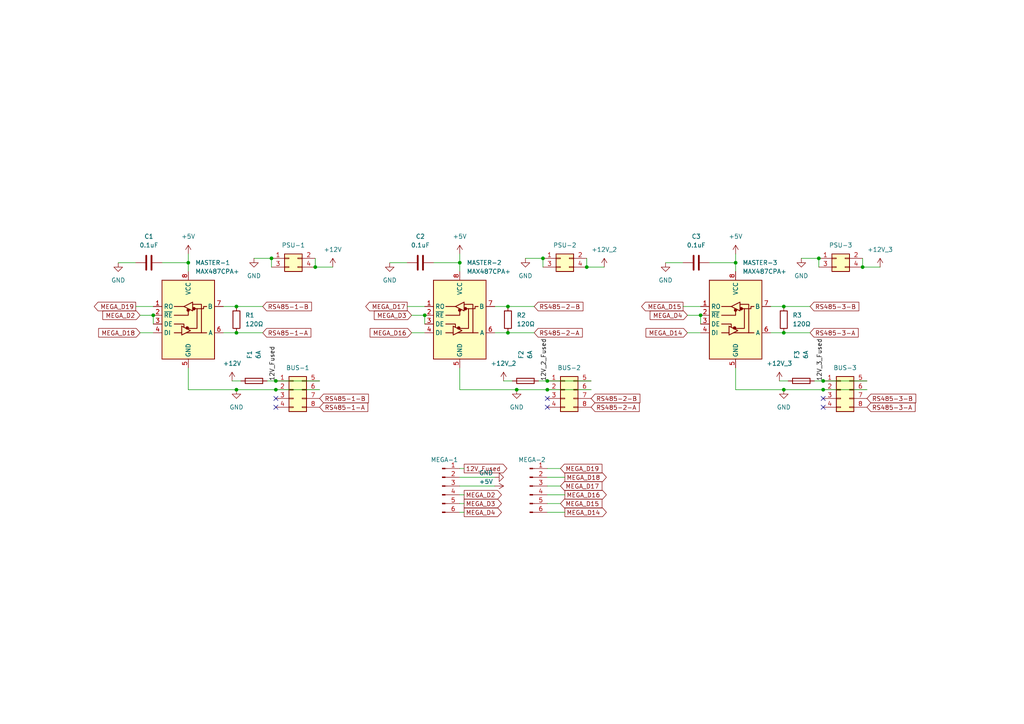
<source format=kicad_sch>
(kicad_sch (version 20211123) (generator eeschema)
  (paper "A4")
  (lib_symbols
    (symbol "+12V_1" (power) (pin_names (offset 0))
      (property "Value" "+12V" (at 0 5.08 0))
      (symbol "+12V_1_0_1"
        (polyline (pts (xy -0.762 1.27) (xy 0 2.54)))
        (polyline (pts (xy 0 0) (xy 0 2.54)))
        (polyline (pts (xy 0 2.54) (xy 0.762 1.27)))
      )
      (symbol "+12V_1_1_1"
        (pin power_in line (at 0 0 90) (length 0) hide (name "+12V_2") (number "1"))
      )
    )
    (symbol "+12V_2" (power) (pin_names (offset 0))
      (property "Value" "+12V_2" (at 0 5.08 0))
      (symbol "+12V_2_0_1"
        (polyline (pts (xy -0.762 1.27) (xy 0 2.54)))
        (polyline (pts (xy 0 0) (xy 0 2.54)))
        (polyline (pts (xy 0 2.54) (xy 0.762 1.27)))
      )
      (symbol "+12V_2_1_1"
        (pin power_in line (at 0 0 90) (length 0) hide (name "+12V_2") (number "1"))
      )
    )
    (symbol "+12V_3" (power) (pin_names (offset 0))
      (property "Value" "+12V_3" (at 0 5.08 0))
      (symbol "+12V_3_0_1"
        (polyline (pts (xy -0.762 1.27) (xy 0 2.54)))
        (polyline (pts (xy 0 0) (xy 0 2.54)))
        (polyline (pts (xy 0 2.54) (xy 0.762 1.27)))
      )
      (symbol "+12V_3_1_1"
        (pin power_in line (at 0 0 90) (length 0) hide (name "+12V_3") (number "1"))
      )
    )
    (symbol "+12V_4" (power) (pin_names (offset 0))
      (property "Value" "+12V_4" (at 0 5.08 0))
      (symbol "+12V_4_0_1"
        (polyline (pts (xy -0.762 1.27) (xy 0 2.54)))
        (polyline (pts (xy 0 0) (xy 0 2.54)))
        (polyline (pts (xy 0 2.54) (xy 0.762 1.27)))
      )
      (symbol "+12V_4_1_1"
        (pin power_in line (at 0 0 90) (length 0) hide (name "+12V_3") (number "1"))
      )
    )
    (symbol "A10:MAX487CPA+"
      (property "Reference" "U" (at -6.096 11.43 0))
      (property "Value" "MAX487CPA+" (at 0.762 11.43 0))
      (symbol "MAX487CPA+_0_1"
        (rectangle (start -7.62 10.16) (end 7.62 -12.7) (stroke (width 0.254)) (fill (type background)))
        (circle (center -0.3048 -3.683) (radius 0.3556) (stroke (width 0.254)) (fill (type outline)))
        (circle (center -0.0254 1.4986) (radius 0.3556) (stroke (width 0.254)) (fill (type outline)))
        (polyline (pts (xy -4.064 -5.08) (xy -1.905 -5.08)) (stroke (width 0.254)))
        (polyline (pts (xy -4.064 2.54) (xy -1.27 2.54)) (stroke (width 0.254)))
        (polyline (pts (xy -1.27 -3.2004) (xy -1.27 -3.4544)) (stroke (width 0.254)))
        (polyline (pts (xy -0.635 -5.08) (xy 5.334 -5.08)) (stroke (width 0.254)))
        (polyline (pts (xy -4.064 -2.54) (xy -1.27 -2.54) (xy -1.27 -3.175)) (stroke (width 0.254)))
        (polyline (pts (xy 0 1.27) (xy 0 0) (xy -4.064 0)) (stroke (width 0.254)))
        (polyline (pts (xy 1.27 3.175) (xy 3.81 3.175) (xy 3.81 -5.08)) (stroke (width 0.254)))
        (polyline (pts (xy 2.54 1.905) (xy 2.54 -3.81) (xy 0 -3.81)) (stroke (width 0.254)))
        (polyline (pts (xy -1.905 -3.175) (xy -1.905 -5.715) (xy 0.635 -4.445) (xy -1.905 -3.175)) (stroke (width 0.254)))
        (polyline (pts (xy -1.27 2.54) (xy 1.27 3.81) (xy 1.27 1.27) (xy -1.27 2.54)) (stroke (width 0.254)))
        (polyline (pts (xy 1.905 1.905) (xy 4.445 1.905) (xy 4.445 2.54) (xy 5.334 2.54)) (stroke (width 0.254)))
        (rectangle (start 1.27 3.175) (end 1.27 3.175))
        (circle (center 1.651 1.905) (radius 0.3556) (stroke (width 0.254)) (fill (type outline)))
      )
      (symbol "MAX487CPA+_1_1"
        (pin output line (at -10.16 2.54 0) (length 2.54) (name "RO") (number "1"))
        (pin input line (at -10.16 0 0) (length 2.54) (name "~{RE}") (number "2"))
        (pin input line (at -10.16 -2.54 0) (length 2.54) (name "DE") (number "3"))
        (pin input line (at -10.16 -5.08 0) (length 2.54) (name "DI") (number "4"))
        (pin power_in line (at 0 -15.24 90) (length 2.54) (name "GND") (number "5"))
        (pin bidirectional line (at 10.16 -5.08 180) (length 2.54) (name "A") (number "6"))
        (pin bidirectional line (at 10.16 2.54 180) (length 2.54) (name "B") (number "7"))
        (pin power_in line (at 0 12.7 270) (length 2.54) (name "VCC") (number "8"))
      )
    )
    (symbol "Conn_01x06_Male_1" (pin_names (offset 1.016) hide)
      (property "Reference" "MEGA-1" (at 0.635 10.16 0))
      (symbol "Conn_01x06_Male_1_1_1"
        (polyline (pts (xy 1.27 -7.62) (xy 0.8636 -7.62)) (stroke (width 0.1524)))
        (polyline (pts (xy 1.27 -5.08) (xy 0.8636 -5.08)) (stroke (width 0.1524)))
        (polyline (pts (xy 1.27 -2.54) (xy 0.8636 -2.54)) (stroke (width 0.1524)))
        (polyline (pts (xy 1.27 0) (xy 0.8636 0)) (stroke (width 0.1524)))
        (polyline (pts (xy 1.27 2.54) (xy 0.8636 2.54)) (stroke (width 0.1524)))
        (polyline (pts (xy 1.27 5.08) (xy 0.8636 5.08)) (stroke (width 0.1524)))
        (rectangle (start 0.8636 -7.493) (end 0 -7.747) (stroke (width 0.1524)) (fill (type outline)))
        (rectangle (start 0.8636 -4.953) (end 0 -5.207) (stroke (width 0.1524)) (fill (type outline)))
        (rectangle (start 0.8636 -2.413) (end 0 -2.667) (stroke (width 0.1524)) (fill (type outline)))
        (rectangle (start 0.8636 0.127) (end 0 -0.127) (stroke (width 0.1524)) (fill (type outline)))
        (rectangle (start 0.8636 2.667) (end 0 2.413) (stroke (width 0.1524)) (fill (type outline)))
        (rectangle (start 0.8636 5.207) (end 0 4.953) (stroke (width 0.1524)) (fill (type outline)))
        (pin power_in line (at 5.08 5.08 180) (length 3.81) (name "Pin_1") (number "1"))
        (pin power_in line (at 5.08 2.54 180) (length 3.81) (name "Pin_2") (number "2"))
        (pin power_out line (at 5.08 0 180) (length 3.81) (name "Pin_3") (number "3"))
        (pin output line (at 5.08 -2.54 180) (length 3.81) (name "Pin_4") (number "4"))
        (pin output line (at 5.08 -5.08 180) (length 3.81) (name "Pin_5") (number "5"))
        (pin output line (at 5.08 -7.62 180) (length 3.81) (name "Pin_6") (number "6"))
      )
    )
    (symbol "Connector:Conn_01x06_Male" (pin_names (offset 1.016) hide)
      (property "Reference" "MEGA-2" (at 0.635 10.16 0))
      (symbol "Conn_01x06_Male_1_1"
        (polyline (pts (xy 1.27 -7.62) (xy 0.8636 -7.62)) (stroke (width 0.1524)))
        (polyline (pts (xy 1.27 -5.08) (xy 0.8636 -5.08)) (stroke (width 0.1524)))
        (polyline (pts (xy 1.27 -2.54) (xy 0.8636 -2.54)) (stroke (width 0.1524)))
        (polyline (pts (xy 1.27 0) (xy 0.8636 0)) (stroke (width 0.1524)))
        (polyline (pts (xy 1.27 2.54) (xy 0.8636 2.54)) (stroke (width 0.1524)))
        (polyline (pts (xy 1.27 5.08) (xy 0.8636 5.08)) (stroke (width 0.1524)))
        (rectangle (start 0.8636 -7.493) (end 0 -7.747) (stroke (width 0.1524)) (fill (type outline)))
        (rectangle (start 0.8636 -4.953) (end 0 -5.207) (stroke (width 0.1524)) (fill (type outline)))
        (rectangle (start 0.8636 -2.413) (end 0 -2.667) (stroke (width 0.1524)) (fill (type outline)))
        (rectangle (start 0.8636 0.127) (end 0 -0.127) (stroke (width 0.1524)) (fill (type outline)))
        (rectangle (start 0.8636 2.667) (end 0 2.413) (stroke (width 0.1524)) (fill (type outline)))
        (rectangle (start 0.8636 5.207) (end 0 4.953) (stroke (width 0.1524)) (fill (type outline)))
        (pin input line (at 5.08 5.08 180) (length 3.81) (name "Pin_1") (number "1"))
        (pin output line (at 5.08 2.54 180) (length 3.81) (name "Pin_2") (number "2"))
        (pin input line (at 5.08 0 180) (length 3.81) (name "Pin_3") (number "3"))
        (pin output line (at 5.08 -2.54 180) (length 3.81) (name "Pin_4") (number "4"))
        (pin input line (at 5.08 -5.08 180) (length 3.81) (name "Pin_5") (number "5"))
        (pin output line (at 5.08 -7.62 180) (length 3.81) (name "Pin_6") (number "6"))
      )
    )
    (symbol "Connector_Generic:Conn_02x02_Odd_Even" (pin_names (offset 1.016) hide)
      (property "Reference" "J" (at 1.27 2.54 0))
      (property "Value" "Conn_02x02_Odd_Even" (at 1.27 -5.08 0))
      (symbol "Conn_02x02_Odd_Even_1_1"
        (rectangle (start -1.27 -2.413) (end 0 -2.667) (stroke (width 0.1524)))
        (rectangle (start -1.27 0.127) (end 0 -0.127) (stroke (width 0.1524)))
        (rectangle (start -1.27 1.27) (end 3.81 -3.81) (stroke (width 0.254)) (fill (type background)))
        (rectangle (start 3.81 -2.413) (end 2.54 -2.667) (stroke (width 0.1524)))
        (rectangle (start 3.81 0.127) (end 2.54 -0.127) (stroke (width 0.1524)))
        (pin passive line (at -5.08 0 0) (length 3.81) (name "Pin_1") (number "1"))
        (pin passive line (at 7.62 0 180) (length 3.81) (name "Pin_2") (number "2"))
        (pin passive line (at -5.08 -2.54 0) (length 3.81) (name "Pin_3") (number "3"))
        (pin passive line (at 7.62 -2.54 180) (length 3.81) (name "Pin_4") (number "4"))
      )
    )
    (symbol "Connector_Generic:Conn_02x04_Top_Bottom" (pin_names (offset 1.016) hide)
      (property "Reference" "J" (at 1.27 5.08 0))
      (property "Value" "Conn_02x04_Top_Bottom" (at 1.27 -7.62 0))
      (symbol "Conn_02x04_Top_Bottom_1_1"
        (rectangle (start -1.27 -4.953) (end 0 -5.207) (stroke (width 0.1524)))
        (rectangle (start -1.27 -2.413) (end 0 -2.667) (stroke (width 0.1524)))
        (rectangle (start -1.27 0.127) (end 0 -0.127) (stroke (width 0.1524)))
        (rectangle (start -1.27 2.667) (end 0 2.413) (stroke (width 0.1524)))
        (rectangle (start -1.27 3.81) (end 3.81 -6.35) (stroke (width 0.254)) (fill (type background)))
        (rectangle (start 3.81 -4.953) (end 2.54 -5.207) (stroke (width 0.1524)))
        (rectangle (start 3.81 -2.413) (end 2.54 -2.667) (stroke (width 0.1524)))
        (rectangle (start 3.81 0.127) (end 2.54 -0.127) (stroke (width 0.1524)))
        (rectangle (start 3.81 2.667) (end 2.54 2.413) (stroke (width 0.1524)))
        (pin passive line (at -5.08 2.54 0) (length 3.81) (name "Pin_1") (number "1"))
        (pin passive line (at -5.08 0 0) (length 3.81) (name "Pin_2") (number "2"))
        (pin passive line (at -5.08 -2.54 0) (length 3.81) (name "Pin_3") (number "3"))
        (pin passive line (at -5.08 -5.08 0) (length 3.81) (name "Pin_4") (number "4"))
        (pin passive line (at 7.62 2.54 180) (length 3.81) (name "Pin_5") (number "5"))
        (pin passive line (at 7.62 0 180) (length 3.81) (name "Pin_6") (number "6"))
        (pin passive line (at 7.62 -2.54 180) (length 3.81) (name "Pin_7") (number "7"))
        (pin passive line (at 7.62 -5.08 180) (length 3.81) (name "Pin_8") (number "8"))
      )
    )
    (symbol "Device:C" (pin_numbers hide) (pin_names (offset 0.254))
      (property "Reference" "C" (at 0.635 2.54 0))
      (property "Value" "C" (at 0.635 -2.54 0))
      (symbol "C_0_1"
        (polyline (pts (xy -2.032 -0.762) (xy 2.032 -0.762)) (stroke (width 0.508)))
        (polyline (pts (xy -2.032 0.762) (xy 2.032 0.762)) (stroke (width 0.508)))
      )
      (symbol "C_1_1"
        (pin passive line (at 0 3.81 270) (length 2.794) (name "~") (number "1"))
        (pin passive line (at 0 -3.81 90) (length 2.794) (name "~") (number "2"))
      )
    )
    (symbol "Device:Fuse" (pin_numbers hide) (pin_names (offset 0))
      (property "Reference" "F" (at 2.032 0 90))
      (property "Value" "Fuse" (at -1.905 0 90))
      (symbol "Fuse_0_1"
        (rectangle (start -0.762 -2.54) (end 0.762 2.54) (stroke (width 0.254)))
        (polyline (pts (xy 0 2.54) (xy 0 -2.54)))
      )
      (symbol "Fuse_1_1"
        (pin passive line (at 0 3.81 270) (length 1.27) (name "~") (number "1"))
        (pin passive line (at 0 -3.81 90) (length 1.27) (name "~") (number "2"))
      )
    )
    (symbol "Device:R" (pin_numbers hide) (pin_names (offset 0))
      (property "Reference" "R" (at 2.032 0 90))
      (property "Value" "R" (at 0 0 90))
      (symbol "R_0_1"
        (rectangle (start -1.016 -2.54) (end 1.016 2.54) (stroke (width 0.254)))
      )
      (symbol "R_1_1"
        (pin passive line (at 0 3.81 270) (length 1.27) (name "~") (number "1"))
        (pin passive line (at 0 -3.81 90) (length 1.27) (name "~") (number "2"))
      )
    )
    (symbol "power:+12V" (power) (pin_names (offset 0))
      (property "Value" "+12V" (at 0 3.556 0))
      (symbol "+12V_0_1"
        (polyline (pts (xy -0.762 1.27) (xy 0 2.54)))
        (polyline (pts (xy 0 0) (xy 0 2.54)))
        (polyline (pts (xy 0 2.54) (xy 0.762 1.27)))
      )
      (symbol "+12V_1_1"
        (pin power_in line (at 0 0 90) (length 0) hide (name "+12V") (number "1"))
      )
    )
    (symbol "power:+5V" (power) (pin_names (offset 0))
      (property "Value" "+5V" (at 0 3.556 0))
      (symbol "+5V_0_1"
        (polyline (pts (xy -0.762 1.27) (xy 0 2.54)))
        (polyline (pts (xy 0 0) (xy 0 2.54)))
        (polyline (pts (xy 0 2.54) (xy 0.762 1.27)))
      )
      (symbol "+5V_1_1"
        (pin power_in line (at 0 0 90) (length 0) hide (name "+5V") (number "1"))
      )
    )
    (symbol "power:GND" (power) (pin_names (offset 0))
      (property "Value" "GND" (at 0 -3.81 0))
      (symbol "GND_0_1"
        (polyline (pts (xy 0 0) (xy 0 -1.27) (xy 1.27 -1.27) (xy 0 -2.54) (xy -1.27 -1.27) (xy 0 -1.27)))
      )
      (symbol "GND_1_1"
        (pin power_in line (at 0 0 270) (length 0) hide (name "GND") (number "1"))
      )
    )
  )
  (junction (at 170.18 77.47))
  (junction (at 147.32 96.52))
  (junction (at 238.76 113.03))
  (junction (at 78.74 74.93))
  (junction (at 227.33 113.03))
  (junction (at 158.75 110.49))
  (junction (at 44.45 91.44))
  (junction (at 250.19 77.47))
  (junction (at 147.32 88.9))
  (junction (at 68.58 88.9))
  (junction (at 123.19 91.44))
  (junction (at 91.44 77.47))
  (junction (at 237.49 74.93))
  (junction (at 80.01 110.49))
  (junction (at 213.36 76.2))
  (junction (at 68.58 113.03))
  (junction (at 157.48 74.93))
  (junction (at 133.35 76.2))
  (junction (at 238.76 110.49))
  (junction (at 80.01 113.03))
  (junction (at 158.75 113.03))
  (junction (at 203.2 91.44))
  (junction (at 227.33 88.9))
  (junction (at 149.86 113.03))
  (junction (at 54.61 76.2))
  (junction (at 227.33 96.52))
  (junction (at 68.58 96.52))
  (no_connect (at 238.76 115.57))
  (no_connect (at 158.75 118.11))
  (no_connect (at 80.01 115.57))
  (no_connect (at 158.75 115.57))
  (no_connect (at 80.01 118.11))
  (no_connect (at 238.76 118.11))
  (wire (pts (xy 54.61 106.68) (xy 54.61 113.03)))
  (wire (pts (xy 227.33 88.9) (xy 234.95 88.9)))
  (wire (pts (xy 133.35 135.89) (xy 134.62 135.89)))
  (wire (pts (xy 133.35 113.03) (xy 149.86 113.03)))
  (wire (pts (xy 238.76 110.49) (xy 251.46 110.49)))
  (wire (pts (xy 198.12 88.9) (xy 203.2 88.9)))
  (wire (pts (xy 119.38 96.52) (xy 123.19 96.52)))
  (wire (pts (xy 80.01 113.03) (xy 92.71 113.03)))
  (wire (pts (xy 67.31 110.49) (xy 69.85 110.49)))
  (wire (pts (xy 40.64 91.44) (xy 44.45 91.44)))
  (wire (pts (xy 203.2 91.44) (xy 203.2 93.98)))
  (wire (pts (xy 143.51 88.9) (xy 147.32 88.9)))
  (wire (pts (xy 39.37 88.9) (xy 44.45 88.9)))
  (wire (pts (xy 68.58 96.52) (xy 76.2 96.52)))
  (wire (pts (xy 143.51 96.52) (xy 147.32 96.52)))
  (wire (pts (xy 213.36 76.2) (xy 213.36 78.74)))
  (wire (pts (xy 133.35 140.97) (xy 143.51 140.97)))
  (wire (pts (xy 91.44 77.47) (xy 96.52 77.47)))
  (wire (pts (xy 64.77 96.52) (xy 68.58 96.52)))
  (wire (pts (xy 91.44 74.93) (xy 91.44 77.47)))
  (wire (pts (xy 152.4 74.93) (xy 157.48 74.93)))
  (wire (pts (xy 64.77 88.9) (xy 68.58 88.9)))
  (wire (pts (xy 227.33 96.52) (xy 234.95 96.52)))
  (wire (pts (xy 236.22 110.49) (xy 238.76 110.49)))
  (wire (pts (xy 147.32 88.9) (xy 154.94 88.9)))
  (wire (pts (xy 227.33 113.03) (xy 238.76 113.03)))
  (wire (pts (xy 54.61 73.66) (xy 54.61 76.2)))
  (wire (pts (xy 133.35 76.2) (xy 133.35 78.74)))
  (wire (pts (xy 146.05 110.49) (xy 148.59 110.49)))
  (wire (pts (xy 158.75 140.97) (xy 162.56 140.97)))
  (wire (pts (xy 133.35 106.68) (xy 133.35 113.03)))
  (wire (pts (xy 68.58 88.9) (xy 76.2 88.9)))
  (wire (pts (xy 133.35 146.05) (xy 134.62 146.05)))
  (wire (pts (xy 118.11 88.9) (xy 123.19 88.9)))
  (wire (pts (xy 158.75 138.43) (xy 163.83 138.43)))
  (wire (pts (xy 68.58 113.03) (xy 80.01 113.03)))
  (wire (pts (xy 133.35 73.66) (xy 133.35 76.2)))
  (wire (pts (xy 123.19 91.44) (xy 123.19 93.98)))
  (wire (pts (xy 226.06 110.49) (xy 228.6 110.49)))
  (wire (pts (xy 113.03 76.2) (xy 118.11 76.2)))
  (wire (pts (xy 199.39 96.52) (xy 203.2 96.52)))
  (wire (pts (xy 223.52 88.9) (xy 227.33 88.9)))
  (wire (pts (xy 158.75 148.59) (xy 163.83 148.59)))
  (wire (pts (xy 34.29 76.2) (xy 39.37 76.2)))
  (wire (pts (xy 193.04 76.2) (xy 198.12 76.2)))
  (wire (pts (xy 156.21 110.49) (xy 158.75 110.49)))
  (wire (pts (xy 46.99 76.2) (xy 54.61 76.2)))
  (wire (pts (xy 54.61 76.2) (xy 54.61 78.74)))
  (wire (pts (xy 232.41 74.93) (xy 237.49 74.93)))
  (wire (pts (xy 158.75 135.89) (xy 162.56 135.89)))
  (wire (pts (xy 199.39 91.44) (xy 203.2 91.44)))
  (wire (pts (xy 237.49 74.93) (xy 237.49 77.47)))
  (wire (pts (xy 78.74 74.93) (xy 78.74 77.47)))
  (wire (pts (xy 250.19 74.93) (xy 250.19 77.47)))
  (wire (pts (xy 158.75 113.03) (xy 171.45 113.03)))
  (wire (pts (xy 170.18 77.47) (xy 175.26 77.47)))
  (wire (pts (xy 158.75 110.49) (xy 171.45 110.49)))
  (wire (pts (xy 213.36 106.68) (xy 213.36 113.03)))
  (wire (pts (xy 133.35 148.59) (xy 134.62 148.59)))
  (wire (pts (xy 119.38 91.44) (xy 123.19 91.44)))
  (wire (pts (xy 205.74 76.2) (xy 213.36 76.2)))
  (wire (pts (xy 44.45 91.44) (xy 44.45 93.98)))
  (wire (pts (xy 133.35 138.43) (xy 143.51 138.43)))
  (wire (pts (xy 213.36 113.03) (xy 227.33 113.03)))
  (wire (pts (xy 77.47 110.49) (xy 80.01 110.49)))
  (wire (pts (xy 40.64 96.52) (xy 44.45 96.52)))
  (wire (pts (xy 223.52 96.52) (xy 227.33 96.52)))
  (wire (pts (xy 158.75 143.51) (xy 163.83 143.51)))
  (wire (pts (xy 250.19 77.47) (xy 255.27 77.47)))
  (wire (pts (xy 158.75 146.05) (xy 162.56 146.05)))
  (wire (pts (xy 157.48 74.93) (xy 157.48 77.47)))
  (wire (pts (xy 73.66 74.93) (xy 78.74 74.93)))
  (wire (pts (xy 170.18 74.93) (xy 170.18 77.47)))
  (wire (pts (xy 133.35 143.51) (xy 134.62 143.51)))
  (wire (pts (xy 147.32 96.52) (xy 154.94 96.52)))
  (wire (pts (xy 213.36 73.66) (xy 213.36 76.2)))
  (wire (pts (xy 238.76 113.03) (xy 251.46 113.03)))
  (wire (pts (xy 125.73 76.2) (xy 133.35 76.2)))
  (wire (pts (xy 149.86 113.03) (xy 158.75 113.03)))
  (wire (pts (xy 80.01 110.49) (xy 92.71 110.49)))
  (wire (pts (xy 54.61 113.03) (xy 68.58 113.03)))
  (label "12V_Fused" (at 80.01 110.49 90))
  (label "12V_3_Fused" (at 238.76 110.49 90))
  (label "12V_2_Fused" (at 158.75 110.49 90))
  (global_label "RS485-3-A" (shape input) (at 234.95 96.52 0) (property "Intersheet References" "${INTERSHEET_REFS}" (effects hide)))
  (global_label "MEGA_D17" (shape output) (at 118.11 88.9 180) (property "Intersheet References" "${INTERSHEET_REFS}" (effects hide)))
  (global_label "RS485-2-A" (shape input) (at 171.45 118.11 0) (property "Intersheet References" "${INTERSHEET_REFS}" (effects hide)))
  (global_label "MEGA_D15" (shape output) (at 198.12 88.9 180) (property "Intersheet References" "${INTERSHEET_REFS}" (effects hide)))
  (global_label "12V_Fused" (shape output) (at 134.62 135.89 0) (property "Intersheet References" "${INTERSHEET_REFS}" (effects hide)))
  (global_label "MEGA_D14" (shape input) (at 199.39 96.52 180) (property "Intersheet References" "${INTERSHEET_REFS}" (effects hide)))
  (global_label "MEGA_D17" (shape input) (at 162.56 140.97 0) (property "Intersheet References" "${INTERSHEET_REFS}" (effects hide)))
  (global_label "MEGA_D14" (shape output) (at 163.83 148.59 0) (property "Intersheet References" "${INTERSHEET_REFS}" (effects hide)))
  (global_label "MEGA_D15" (shape input) (at 162.56 146.05 0) (property "Intersheet References" "${INTERSHEET_REFS}" (effects hide)))
  (global_label "MEGA_D2" (shape input) (at 40.64 91.44 180) (property "Intersheet References" "${INTERSHEET_REFS}" (effects hide)))
  (global_label "RS485-1-A" (shape input) (at 76.2 96.52 0) (property "Intersheet References" "${INTERSHEET_REFS}" (effects hide)))
  (global_label "MEGA_D4" (shape output) (at 134.62 148.59 0) (property "Intersheet References" "${INTERSHEET_REFS}" (effects hide)))
  (global_label "RS485-1-A" (shape input) (at 92.71 118.11 0) (property "Intersheet References" "${INTERSHEET_REFS}" (effects hide)))
  (global_label "MEGA_D18" (shape output) (at 163.83 138.43 0) (property "Intersheet References" "${INTERSHEET_REFS}" (effects hide)))
  (global_label "MEGA_D3" (shape input) (at 119.38 91.44 180) (property "Intersheet References" "${INTERSHEET_REFS}" (effects hide)))
  (global_label "RS485-3-B" (shape input) (at 251.46 115.57 0) (property "Intersheet References" "${INTERSHEET_REFS}" (effects hide)))
  (global_label "MEGA_D19" (shape output) (at 39.37 88.9 180) (property "Intersheet References" "${INTERSHEET_REFS}" (effects hide)))
  (global_label "RS485-3-B" (shape input) (at 234.95 88.9 0) (property "Intersheet References" "${INTERSHEET_REFS}" (effects hide)))
  (global_label "MEGA_D16" (shape input) (at 119.38 96.52 180) (property "Intersheet References" "${INTERSHEET_REFS}" (effects hide)))
  (global_label "RS485-2-B" (shape input) (at 154.94 88.9 0) (property "Intersheet References" "${INTERSHEET_REFS}" (effects hide)))
  (global_label "RS485-3-A" (shape input) (at 251.46 118.11 0) (property "Intersheet References" "${INTERSHEET_REFS}" (effects hide)))
  (global_label "MEGA_D16" (shape output) (at 163.83 143.51 0) (property "Intersheet References" "${INTERSHEET_REFS}" (effects hide)))
  (global_label "MEGA_D2" (shape output) (at 134.62 143.51 0) (property "Intersheet References" "${INTERSHEET_REFS}" (effects hide)))
  (global_label "RS485-2-A" (shape input) (at 154.94 96.52 0) (property "Intersheet References" "${INTERSHEET_REFS}" (effects hide)))
  (global_label "MEGA_D18" (shape input) (at 40.64 96.52 180) (property "Intersheet References" "${INTERSHEET_REFS}" (effects hide)))
  (global_label "MEGA_D3" (shape output) (at 134.62 146.05 0) (property "Intersheet References" "${INTERSHEET_REFS}" (effects hide)))
  (global_label "MEGA_D19" (shape input) (at 162.56 135.89 0) (property "Intersheet References" "${INTERSHEET_REFS}" (effects hide)))
  (global_label "RS485-1-B" (shape input) (at 76.2 88.9 0) (property "Intersheet References" "${INTERSHEET_REFS}" (effects hide)))
  (global_label "RS485-1-B" (shape input) (at 92.71 115.57 0) (property "Intersheet References" "${INTERSHEET_REFS}" (effects hide)))
  (global_label "RS485-2-B" (shape input) (at 171.45 115.57 0) (property "Intersheet References" "${INTERSHEET_REFS}" (effects hide)))
  (global_label "MEGA_D4" (shape input) (at 199.39 91.44 180) (property "Intersheet References" "${INTERSHEET_REFS}" (effects hide)))
  (symbol (lib_id "power:GND") (at 152.4 74.93 0) (unit 1)
    (property "Reference" "#PWR0112" (effects hide))
    (property "Value" "GND" (at 152.4 80.01 0))
  )
  (symbol (lib_id "Device:R") (at 147.32 92.71 0) (unit 1)
    (property "Reference" "R2" (at 149.86 91.4399 0) (effects (justify left)))
    (property "Value" "120Ω" (at 149.86 93.9799 0) (effects (justify left)))
    (property "Footprint" "Resistor_THT:R_Axial_DIN0207_L6.3mm_D2.5mm_P7.62mm_Horizontal" (effects hide))
  )
  (symbol (lib_id "power:+12V") (at 96.52 77.47 0) (unit 1)
    (property "Reference" "#PWR0109" (effects hide))
    (property "Value" "+12V" (at 96.52 72.39 0))
  )
  (symbol (lib_id "Connector:Conn_01x06_Male") (at 153.67 140.97 0) (unit 1)
    (property "Reference" "MEGA-2" (at 154.305 133.35 0))
    (property "Value" "Conn_01x06_Male" (effects hide))
    (property "Footprint" "A10 KiCad Libraries:SHDR6W64P0X250_1X6_1740X575X700P" (effects hide))
  )
  (symbol (lib_name "+12V_3") (lib_id "power:+12V") (at 255.27 77.47 0) (unit 1)
    (property "Reference" "#PWR0118" (effects hide))
    (property "Value" "+12V" (at 255.27 72.39 0))
  )
  (symbol (lib_id "power:GND") (at 143.51 138.43 90) (unit 1)
    (property "Reference" "#PWR0104" (effects hide))
    (property "Value" "GND" (at 140.97 137.16 90))
  )
  (symbol (lib_id "Device:C") (at 43.18 76.2 90) (unit 1)
    (property "Reference" "C1" (at 43.18 68.58 90))
    (property "Value" "0.1uF" (at 43.18 71.12 90))
    (property "Footprint" "A10 KiCad Libraries:FA14" (effects hide))
  )
  (symbol (lib_id "power:+12V") (at 67.31 110.49 0) (unit 1)
    (property "Reference" "#PWR0105" (effects hide))
    (property "Value" "+12V" (at 67.31 105.41 0))
  )
  (symbol (lib_id "Connector_Generic:Conn_02x02_Odd_Even") (at 162.56 74.93 0) (unit 1)
    (property "Reference" "PSU-2" (at 163.83 71.12 0))
    (property "Value" "Conn_02x02_Top_Bottom" (effects hide))
    (property "Footprint" "A10 KiCad Libraries:Molex 43045-0400" (effects hide))
  )
  (symbol (lib_id "Device:C") (at 121.92 76.2 90) (unit 1)
    (property "Reference" "C2" (at 121.92 68.58 90))
    (property "Value" "0.1uF" (at 121.92 71.12 90))
    (property "Footprint" "A10 KiCad Libraries:FA14" (effects hide))
  )
  (symbol (lib_id "power:GND") (at 113.03 76.2 0) (unit 1)
    (property "Reference" "#PWR0115" (effects hide))
    (property "Value" "GND" (at 113.03 81.28 0))
  )
  (symbol (lib_id "power:+5V") (at 54.61 73.66 0) (unit 1)
    (property "Reference" "#PWR0101" (effects hide))
    (property "Value" "+5V" (at 54.61 68.58 0))
  )
  (symbol (lib_name "Conn_01x06_Male_1") (lib_id "Connector:Conn_01x06_Male") (at 128.27 140.97 0) (unit 1)
    (property "Reference" "MEGA-1" (at 128.905 133.35 0))
    (property "Value" "Conn_01x06_Male" (effects hide))
    (property "Footprint" "A10 KiCad Libraries:SHDR6W64P0X250_1X6_1740X575X700P" (effects hide))
  )
  (symbol (lib_name "+12V_1") (lib_id "power:+12V") (at 175.26 77.47 0) (unit 1)
    (property "Reference" "#PWR0111" (effects hide))
    (property "Value" "+12V" (at 175.26 72.39 0))
  )
  (symbol (lib_id "Device:C") (at 201.93 76.2 90) (unit 1)
    (property "Reference" "C3" (at 201.93 68.58 90))
    (property "Value" "0.1uF" (at 201.93 71.12 90))
    (property "Footprint" "A10 KiCad Libraries:FA14" (effects hide))
  )
  (symbol (lib_id "power:+5V") (at 143.51 140.97 270) (unit 1)
    (property "Reference" "#PWR0107" (effects hide))
    (property "Value" "+5V" (at 140.97 139.7 90))
  )
  (symbol (lib_name "+12V_4") (lib_id "power:+12V") (at 226.06 110.49 0) (unit 1)
    (property "Reference" "#PWR0121" (effects hide))
    (property "Value" "+12V" (at 226.06 105.41 0))
  )
  (symbol (lib_id "power:GND") (at 149.86 113.03 0) (unit 1)
    (property "Reference" "#PWR0113" (effects hide))
    (property "Value" "GND" (at 149.86 118.11 0))
  )
  (symbol (lib_id "power:GND") (at 68.58 113.03 0) (unit 1)
    (property "Reference" "#PWR0106" (effects hide))
    (property "Value" "GND" (at 68.58 118.11 0))
  )
  (symbol (lib_id "Connector_Generic:Conn_02x04_Top_Bottom") (at 243.84 113.03 0) (unit 1)
    (property "Reference" "BUS-3" (at 245.11 106.68 0))
    (property "Value" "Conn_02x04_Top_Bottom" (effects hide))
    (property "Footprint" "A10 KiCad Libraries:Molex 43045-0800" (effects hide))
  )
  (symbol (lib_name "+12V_2") (lib_id "power:+12V") (at 146.05 110.49 0) (unit 1)
    (property "Reference" "#PWR0114" (effects hide))
    (property "Value" "+12V" (at 146.05 105.41 0))
  )
  (symbol (lib_id "power:GND") (at 73.66 74.93 0) (unit 1)
    (property "Reference" "#PWR0108" (effects hide))
    (property "Value" "GND" (at 73.66 80.01 0))
  )
  (symbol (lib_id "power:+5V") (at 133.35 73.66 0) (unit 1)
    (property "Reference" "#PWR0110" (effects hide))
    (property "Value" "+5V" (at 133.35 68.58 0))
  )
  (symbol (lib_id "A10:MAX487CPA+") (at 213.36 91.44 0) (unit 1)
    (property "Reference" "MASTER-3" (at 215.3794 76.2 0) (effects (justify left)))
    (property "Value" "MAX487CPA+" (at 215.3794 78.74 0) (effects (justify left)))
    (property "Footprint" "Package_DIP:DIP-8_W7.62mm_LongPads" (effects hide))
    (property "Datasheet" "https://datasheets.maximintegrated.com/en/ds/MAX1487E-MAX491E.pdf" (effects hide))
  )
  (symbol (lib_id "Connector_Generic:Conn_02x02_Odd_Even") (at 83.82 74.93 0) (unit 1)
    (property "Reference" "PSU-1" (at 85.09 71.12 0))
    (property "Value" "Conn_02x02_Top_Bottom" (effects hide))
    (property "Footprint" "A10 KiCad Libraries:Molex 43045-0400" (effects hide))
  )
  (symbol (lib_id "Device:Fuse") (at 152.4 110.49 90) (unit 1)
    (property "Reference" "F2" (at 151.1299 104.14 0) (effects (justify left)))
    (property "Value" "6A" (at 153.6699 104.14 0) (effects (justify left)))
    (property "Footprint" "A10 KiCad Libraries:FUSE_BK-6013" (effects hide))
  )
  (symbol (lib_id "power:GND") (at 227.33 113.03 0) (unit 1)
    (property "Reference" "#PWR0120" (effects hide))
    (property "Value" "GND" (at 227.33 118.11 0))
  )
  (symbol (lib_id "A10:MAX487CPA+") (at 133.35 91.44 0) (unit 1)
    (property "Reference" "MASTER-2" (at 135.3694 76.2 0) (effects (justify left)))
    (property "Value" "MAX487CPA+" (at 135.3694 78.74 0) (effects (justify left)))
    (property "Footprint" "Package_DIP:DIP-8_W7.62mm_LongPads" (effects hide))
    (property "Datasheet" "https://datasheets.maximintegrated.com/en/ds/MAX1487E-MAX491E.pdf" (effects hide))
  )
  (symbol (lib_id "power:GND") (at 34.29 76.2 0) (unit 1)
    (property "Reference" "#PWR0102" (effects hide))
    (property "Value" "GND" (at 34.29 81.28 0))
  )
  (symbol (lib_id "power:+5V") (at 213.36 73.66 0) (unit 1)
    (property "Reference" "#PWR0116" (effects hide))
    (property "Value" "+5V" (at 213.36 68.58 0))
  )
  (symbol (lib_id "Device:R") (at 68.58 92.71 0) (unit 1)
    (property "Reference" "R1" (at 71.12 91.4399 0) (effects (justify left)))
    (property "Value" "120Ω" (at 71.12 93.9799 0) (effects (justify left)))
    (property "Footprint" "Resistor_THT:R_Axial_DIN0207_L6.3mm_D2.5mm_P7.62mm_Horizontal" (effects hide))
  )
  (symbol (lib_id "Connector_Generic:Conn_02x04_Top_Bottom") (at 85.09 113.03 0) (unit 1)
    (property "Reference" "BUS-1" (at 86.36 106.68 0))
    (property "Value" "Conn_02x04_Top_Bottom" (effects hide))
    (property "Footprint" "A10 KiCad Libraries:Molex 43045-0800" (effects hide))
  )
  (symbol (lib_id "power:GND") (at 232.41 74.93 0) (unit 1)
    (property "Reference" "#PWR0119" (effects hide))
    (property "Value" "GND" (at 232.41 80.01 0))
  )
  (symbol (lib_id "Device:Fuse") (at 73.66 110.49 90) (unit 1)
    (property "Reference" "F1" (at 72.3899 104.14 0) (effects (justify left)))
    (property "Value" "6A" (at 74.9299 104.14 0) (effects (justify left)))
    (property "Footprint" "A10 KiCad Libraries:FUSE_BK-6013" (effects hide))
  )
  (symbol (lib_id "Device:R") (at 227.33 92.71 0) (unit 1)
    (property "Reference" "R3" (at 229.87 91.4399 0) (effects (justify left)))
    (property "Value" "120Ω" (at 229.87 93.9799 0) (effects (justify left)))
    (property "Footprint" "Resistor_THT:R_Axial_DIN0207_L6.3mm_D2.5mm_P7.62mm_Horizontal" (effects hide))
  )
  (symbol (lib_id "Connector_Generic:Conn_02x02_Odd_Even") (at 242.57 74.93 0) (unit 1)
    (property "Reference" "PSU-3" (at 243.84 71.12 0))
    (property "Value" "Conn_02x02_Top_Bottom" (effects hide))
    (property "Footprint" "A10 KiCad Libraries:Molex 43045-0400" (effects hide))
  )
  (symbol (lib_id "A10:MAX487CPA+") (at 54.61 91.44 0) (unit 1)
    (property "Reference" "MASTER-1" (at 56.6294 76.2 0) (effects (justify left)))
    (property "Value" "MAX487CPA+" (at 56.6294 78.74 0) (effects (justify left)))
    (property "Footprint" "Package_DIP:DIP-8_W7.62mm_LongPads" (effects hide))
    (property "Datasheet" "https://datasheets.maximintegrated.com/en/ds/MAX1487E-MAX491E.pdf" (effects hide))
  )
  (symbol (lib_id "Device:Fuse") (at 232.41 110.49 90) (unit 1)
    (property "Reference" "F3" (at 231.1399 104.14 0) (effects (justify left)))
    (property "Value" "6A" (at 233.6799 104.14 0) (effects (justify left)))
    (property "Footprint" "A10 KiCad Libraries:FUSE_BK-6013" (effects hide))
  )
  (symbol (lib_id "power:GND") (at 193.04 76.2 0) (unit 1)
    (property "Reference" "#PWR0117" (effects hide))
    (property "Value" "GND" (at 193.04 81.28 0))
  )
  (symbol (lib_id "Connector_Generic:Conn_02x04_Top_Bottom") (at 163.83 113.03 0) (unit 1)
    (property "Reference" "BUS-2" (at 165.1 106.68 0))
    (property "Value" "Conn_02x04_Top_Bottom" (effects hide))
    (property "Footprint" "A10 KiCad Libraries:Molex 43045-0800" (effects hide))
  )
)
</source>
